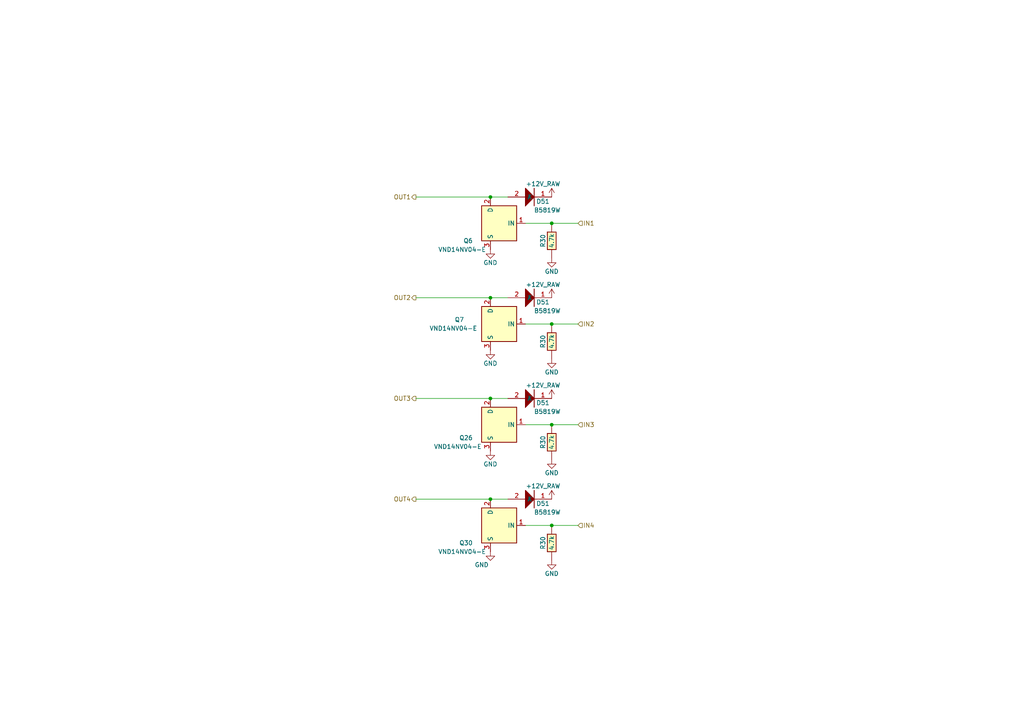
<source format=kicad_sch>
(kicad_sch (version 20230121) (generator eeschema)
  (paper "A4")
  (lib_symbols
    (symbol "Power_Management:AUIPS2041L"
      (property "Reference" "U" (at 3.81 1.27 0))
      (property "Value" "AUIPS2041L" (at 3.81 -1.27 0))
      (symbol "AUIPS2041L_0_1"
        (rectangle (start -7.62 5.08) (end 2.54 -5.08) (stroke (width 0.254)) (fill (type background)))
      )
      (symbol "AUIPS2041L_1_1"
        (pin input line (at -10.16 0 0) (length 2.54) (name "IN") (number "1"))
        (pin passive line (at 0 7.62 270) (length 2.54) (name "D") (number "2"))
        (pin power_in line (at 0 -7.62 90) (length 2.54) (name "S") (number "3"))
      )
    )
    (symbol "hellen-one-common:+12V_RAW" (power) (pin_names (offset 0))
      (property "Value" "+12V_RAW" (at 0 3.556 0))
      (symbol "+12V_RAW_0_1"
        (polyline (pts (xy -0.762 1.27) (xy 0 2.54)))
        (polyline (pts (xy 0 0) (xy 0 2.54)))
        (polyline (pts (xy 0 2.54) (xy 0.762 1.27)))
      )
      (symbol "+12V_RAW_1_1"
        (pin power_in line (at 0 0 90) (length 0) hide (name "+12V_RAW") (number "1"))
      )
    )
    (symbol "hellen-one-common:1N4148WS"
      (property "Reference" "D" (at 0 2.54 0))
      (property "Value" "1N4148WS" (at 0 -3.81 0))
      (symbol "1N4148WS_1_0"
        (polyline (pts (xy 2.54 2.54) (xy 2.54 -2.54)) (stroke (width 0.254)))
        (polyline (pts (xy 0 -2.54) (xy 2.54 0) (xy 0 2.54) (xy 0 -2.54)) (stroke (width 0.254)) (fill (type outline)))
        (pin passive line (at 7.62 0 180) (length 5.08) (name "K") (number "1"))
        (pin passive line (at -5.08 0 0) (length 5.08) (name "A") (number "2"))
      )
    )
    (symbol "hellen-one-common:Res" (pin_numbers hide)
      (property "Reference" "R" (at 3.81 2.54 0))
      (property "Value" "Res" (at 5.08 -2.54 0))
      (symbol "Res_1_0"
        (rectangle (start 2.54 -1.27) (end 7.62 1.27) (stroke (width 0.254)) (fill (type background)))
        (pin passive line (at 0 0 0) (length 2.54) (name "") (number "1"))
        (pin passive line (at 10.16 0 180) (length 2.54) (name "") (number "2"))
      )
    )
    (symbol "power:GND" (power) (pin_names (offset 0))
      (property "Value" "GND" (at 0 -3.81 0))
      (symbol "GND_0_1"
        (polyline (pts (xy 0 0) (xy 0 -1.27) (xy 1.27 -1.27) (xy 0 -2.54) (xy -1.27 -1.27) (xy 0 -1.27)))
      )
      (symbol "GND_1_1"
        (pin power_in line (at 0 0 270) (length 0) hide (name "GND") (number "1"))
      )
    )
  )
  (junction (at 160.02 123.19))
  (junction (at 142.24 86.36))
  (junction (at 142.24 115.57))
  (junction (at 160.02 152.4))
  (junction (at 160.02 64.77))
  (junction (at 160.02 93.98))
  (junction (at 142.24 57.15))
  (junction (at 142.24 144.78))
  (wire (pts (xy 142.24 57.15) (xy 147.32 57.15)))
  (wire (pts (xy 167.64 93.98) (xy 160.02 93.98)))
  (wire (pts (xy 160.02 93.98) (xy 152.4 93.98)))
  (wire (pts (xy 142.24 86.36) (xy 147.32 86.36)))
  (wire (pts (xy 167.64 123.19) (xy 160.02 123.19)))
  (wire (pts (xy 142.24 115.57) (xy 147.32 115.57)))
  (wire (pts (xy 167.64 64.77) (xy 160.02 64.77)))
  (wire (pts (xy 160.02 152.4) (xy 152.4 152.4)))
  (wire (pts (xy 160.02 123.19) (xy 152.4 123.19)))
  (wire (pts (xy 167.64 152.4) (xy 160.02 152.4)))
  (wire (pts (xy 120.65 57.15) (xy 142.24 57.15)))
  (wire (pts (xy 120.65 86.36) (xy 142.24 86.36)))
  (wire (pts (xy 160.02 64.77) (xy 152.4 64.77)))
  (wire (pts (xy 120.65 144.78) (xy 142.24 144.78)))
  (wire (pts (xy 120.65 115.57) (xy 142.24 115.57)))
  (wire (pts (xy 142.24 144.78) (xy 147.32 144.78)))
  (hierarchical_label "IN4" (shape input) (at 167.64 152.4 0))
  (hierarchical_label "IN3" (shape input) (at 167.64 123.19 0))
  (hierarchical_label "OUT1" (shape output) (at 120.65 57.15 180))
  (hierarchical_label "IN2" (shape input) (at 167.64 93.98 0))
  (hierarchical_label "IN1" (shape input) (at 167.64 64.77 0))
  (hierarchical_label "OUT4" (shape output) (at 120.65 144.78 180))
  (hierarchical_label "OUT3" (shape output) (at 120.65 115.57 180))
  (hierarchical_label "OUT2" (shape output) (at 120.65 86.36 180))
  (symbol (lib_id "power:GND") (at 142.24 130.81 0) (mirror y) (unit 1)
    (property "Reference" "#PWR0139" (effects hide))
    (property "Value" "GND" (at 142.24 134.62 0))
    (instances (project "alphax_4ch" (path "" (reference "#PWR0139") (unit 1)) (path "" (reference "#PWR035") (unit 1)) (path "" (reference "#PWR076") (unit 1)) (path "" (reference "#PWR0196") (unit 1))))
  )
  (symbol (lib_id "hellen-one-common:Res") (at 160.02 123.19 270) (unit 1)
    (property "Reference" "R30" (at 157.48 128.27 0))
    (property "Value" "4.7k" (at 160.02 128.27 0))
    (property "Footprint" "hellen-one-common:R0603" (effects hide))
    (property "LCSC" "C23162" (effects hide))
    (instances (project "alphax_4ch" (path "" (reference "R30") (unit 1)) (path "" (reference "R100") (unit 1)) (path "" (reference "R104") (unit 1)) (path "" (reference "R108") (unit 1))))
  )
  (symbol (lib_id "hellen-one-common:1N4148WS") (at 152.4 57.15 0) (unit 1)
    (property "Reference" "D51" (at 157.48 58.42 0))
    (property "Value" "B5819W" (at 158.75 60.96 0))
    (property "Footprint" "hellen-one-common:SOD-123" (effects hide))
    (property "LCSC" "C8598" (effects hide))
    (instances (project "alphax_4ch" (path "" (reference "D51") (unit 1)) (path "" (reference "D64") (unit 1)) (path "" (reference "D68") (unit 1))))
  )
  (symbol (lib_id "hellen-one-common:1N4148WS") (at 152.4 115.57 0) (unit 1)
    (property "Reference" "D51" (at 157.48 116.84 0))
    (property "Value" "B5819W" (at 158.75 119.38 0))
    (property "Footprint" "hellen-one-common:SOD-123" (effects hide))
    (property "LCSC" "C8598" (effects hide))
    (instances (project "alphax_4ch" (path "" (reference "D51") (unit 1)) (path "" (reference "D66") (unit 1)) (path "" (reference "D70") (unit 1))))
  )
  (symbol (lib_id "hellen-one-common:+12V_RAW") (at 160.02 115.57 0) (mirror y) (unit 1)
    (property "Reference" "#PWR0144" (effects hide))
    (property "Value" "+12V_RAW" (at 162.56 111.76 0) (effects (justify left)))
    (instances (project "alphax_4ch" (path "" (reference "#PWR0144") (unit 1)) (path "" (reference "#PWR0194") (unit 1)) (path "" (reference "#PWR0202") (unit 1))))
  )
  (symbol (lib_id "hellen-one-common:Res") (at 160.02 93.98 270) (unit 1)
    (property "Reference" "R30" (at 157.48 99.06 0))
    (property "Value" "4.7k" (at 160.02 99.06 0))
    (property "Footprint" "hellen-one-common:R0603" (effects hide))
    (property "LCSC" "C23162" (effects hide))
    (instances (project "alphax_4ch" (path "" (reference "R30") (unit 1)) (path "" (reference "R99") (unit 1)) (path "" (reference "R103") (unit 1)) (path "" (reference "R107") (unit 1))))
  )
  (symbol (lib_id "hellen-one-common:+12V_RAW") (at 160.02 86.36 0) (mirror y) (unit 1)
    (property "Reference" "#PWR0144" (effects hide))
    (property "Value" "+12V_RAW" (at 162.56 82.55 0) (effects (justify left)))
    (instances (project "alphax_4ch" (path "" (reference "#PWR0144") (unit 1)) (path "" (reference "#PWR0193") (unit 1)) (path "" (reference "#PWR0200") (unit 1))))
  )
  (symbol (lib_id "Power_Management:AUIPS2041L") (at 142.24 93.98 0) (mirror y) (unit 1)
    (property "Reference" "Q7" (at 134.62 92.71 0) (effects (justify left)))
    (property "Value" "VND14NV04-E" (at 138.43 95.25 0) (effects (justify left)))
    (property "Footprint" "hellen-one-common:DPAK" (effects hide))
    (property "Datasheet" "https://www.infineon.com/dgdl/Infineon-AUIPS2041-DS-v01_00-EN.pdf?fileId=5546d4625a888733015aae147a9d4c57" (effects hide))
    (property "LCSC" " C155647" (effects hide))
    (instances (project "alphax_4ch" (path "" (reference "Q7") (unit 1)) (path "" (reference "Q7") (unit 1)) (path "" (reference "Q42") (unit 1)) (path "" (reference "Q46") (unit 1))))
  )
  (symbol (lib_id "power:GND") (at 142.24 160.02 0) (mirror y) (unit 1)
    (property "Reference" "#PWR0143" (effects hide))
    (property "Value" "GND" (at 139.7 163.83 0))
    (instances (project "alphax_4ch" (path "" (reference "#PWR0143") (unit 1)) (path "" (reference "#PWR036") (unit 1)) (path "" (reference "#PWR079") (unit 1)) (path "" (reference "#PWR0197") (unit 1))))
  )
  (symbol (lib_id "power:GND") (at 142.24 101.6 0) (mirror y) (unit 1)
    (property "Reference" "#PWR036" (effects hide))
    (property "Value" "GND" (at 142.24 105.41 0))
    (instances (project "alphax_4ch" (path "" (reference "#PWR036") (unit 1)) (path "" (reference "#PWR030") (unit 1)) (path "" (reference "#PWR075") (unit 1)) (path "" (reference "#PWR0167") (unit 1))))
  )
  (symbol (lib_id "power:GND") (at 142.24 72.39 0) (mirror y) (unit 1)
    (property "Reference" "#PWR035" (effects hide))
    (property "Value" "GND" (at 142.24 76.2 0))
    (instances (project "alphax_4ch" (path "" (reference "#PWR035") (unit 1)) (path "" (reference "#PWR022") (unit 1)) (path "" (reference "#PWR072") (unit 1)) (path "" (reference "#PWR0157") (unit 1))))
  )
  (symbol (lib_id "power:GND") (at 160.02 104.14 0) (mirror y) (unit 1)
    (property "Reference" "#PWR035" (effects hide))
    (property "Value" "GND" (at 160.02 107.95 0))
    (instances (project "alphax_4ch" (path "" (reference "#PWR035") (unit 1)) (path "" (reference "#PWR067") (unit 1)) (path "" (reference "#PWR081") (unit 1)) (path "" (reference "#PWR0201") (unit 1))))
  )
  (symbol (lib_id "Power_Management:AUIPS2041L") (at 142.24 152.4 0) (mirror y) (unit 1)
    (property "Reference" "Q30" (at 137.16 157.48 0) (effects (justify left)))
    (property "Value" "VND14NV04-E" (at 140.97 160.02 0) (effects (justify left)))
    (property "Footprint" "hellen-one-common:DPAK" (effects hide))
    (property "Datasheet" "https://www.infineon.com/dgdl/Infineon-AUIPS2041-DS-v01_00-EN.pdf?fileId=5546d4625a888733015aae147a9d4c57" (effects hide))
    (property "LCSC" "C155647" (effects hide))
    (instances (project "alphax_4ch" (path "" (reference "Q30") (unit 1)) (path "" (reference "Q30") (unit 1)) (path "" (reference "Q44") (unit 1)) (path "" (reference "Q48") (unit 1))))
  )
  (symbol (lib_id "hellen-one-common:+12V_RAW") (at 160.02 144.78 0) (mirror y) (unit 1)
    (property "Reference" "#PWR0144" (effects hide))
    (property "Value" "+12V_RAW" (at 162.56 140.97 0) (effects (justify left)))
    (instances (project "alphax_4ch" (path "" (reference "#PWR0144") (unit 1)) (path "" (reference "#PWR0195") (unit 1)) (path "" (reference "#PWR0204") (unit 1))))
  )
  (symbol (lib_id "hellen-one-common:+12V_RAW") (at 160.02 57.15 0) (mirror y) (unit 1)
    (property "Reference" "#PWR0144" (effects hide))
    (property "Value" "+12V_RAW" (at 162.56 53.34 0) (effects (justify left)))
    (instances (project "alphax_4ch" (path "" (reference "#PWR0144") (unit 1)) (path "" (reference "#PWR0192") (unit 1)) (path "" (reference "#PWR0198") (unit 1))))
  )
  (symbol (lib_id "power:GND") (at 160.02 162.56 0) (mirror y) (unit 1)
    (property "Reference" "#PWR035" (effects hide))
    (property "Value" "GND" (at 160.02 166.37 0))
    (instances (project "alphax_4ch" (path "" (reference "#PWR035") (unit 1)) (path "" (reference "#PWR071") (unit 1)) (path "" (reference "#PWR0143") (unit 1)) (path "" (reference "#PWR0205") (unit 1))))
  )
  (symbol (lib_id "hellen-one-common:Res") (at 160.02 152.4 270) (unit 1)
    (property "Reference" "R30" (at 157.48 157.48 0))
    (property "Value" "4.7k" (at 160.02 157.48 0))
    (property "Footprint" "hellen-one-common:R0603" (effects hide))
    (property "LCSC" "C23162" (effects hide))
    (instances (project "alphax_4ch" (path "" (reference "R30") (unit 1)) (path "" (reference "R101") (unit 1)) (path "" (reference "R105") (unit 1)) (path "" (reference "R109") (unit 1))))
  )
  (symbol (lib_id "hellen-one-common:1N4148WS") (at 152.4 86.36 0) (unit 1)
    (property "Reference" "D51" (at 157.48 87.63 0))
    (property "Value" "B5819W" (at 158.75 90.17 0))
    (property "Footprint" "hellen-one-common:SOD-123" (effects hide))
    (property "LCSC" "C8598" (effects hide))
    (instances (project "alphax_4ch" (path "" (reference "D51") (unit 1)) (path "" (reference "D65") (unit 1)) (path "" (reference "D69") (unit 1))))
  )
  (symbol (lib_id "hellen-one-common:1N4148WS") (at 152.4 144.78 0) (unit 1)
    (property "Reference" "D51" (at 157.48 146.05 0))
    (property "Value" "B5819W" (at 158.75 148.59 0))
    (property "Footprint" "hellen-one-common:SOD-123" (effects hide))
    (property "LCSC" "C8598" (effects hide))
    (instances (project "alphax_4ch" (path "" (reference "D51") (unit 1)) (path "" (reference "D67") (unit 1)) (path "" (reference "D71") (unit 1))))
  )
  (symbol (lib_id "power:GND") (at 160.02 74.93 0) (mirror y) (unit 1)
    (property "Reference" "#PWR035" (effects hide))
    (property "Value" "GND" (at 160.02 78.74 0))
    (instances (project "alphax_4ch" (path "" (reference "#PWR035") (unit 1)) (path "" (reference "#PWR052") (unit 1)) (path "" (reference "#PWR080") (unit 1)) (path "" (reference "#PWR0199") (unit 1))))
  )
  (symbol (lib_id "Power_Management:AUIPS2041L") (at 142.24 123.19 0) (mirror y) (unit 1)
    (property "Reference" "Q26" (at 137.16 127 0) (effects (justify left)))
    (property "Value" "VND14NV04-E" (at 139.7 129.54 0) (effects (justify left)))
    (property "Footprint" "hellen-one-common:DPAK" (effects hide))
    (property "Datasheet" "https://www.infineon.com/dgdl/Infineon-AUIPS2041-DS-v01_00-EN.pdf?fileId=5546d4625a888733015aae147a9d4c57" (effects hide))
    (property "LCSC" "C155647" (effects hide))
    (instances (project "alphax_4ch" (path "" (reference "Q26") (unit 1)) (path "" (reference "Q26") (unit 1)) (path "" (reference "Q43") (unit 1)) (path "" (reference "Q47") (unit 1))))
  )
  (symbol (lib_id "power:GND") (at 160.02 133.35 0) (mirror y) (unit 1)
    (property "Reference" "#PWR035" (effects hide))
    (property "Value" "GND" (at 160.02 137.16 0))
    (instances (project "alphax_4ch" (path "" (reference "#PWR035") (unit 1)) (path "" (reference "#PWR068") (unit 1)) (path "" (reference "#PWR0139") (unit 1)) (path "" (reference "#PWR0203") (unit 1))))
  )
  (symbol (lib_id "hellen-one-common:Res") (at 160.02 64.77 270) (unit 1)
    (property "Reference" "R30" (at 157.48 69.85 0))
    (property "Value" "4.7k" (at 160.02 69.85 0))
    (property "Footprint" "hellen-one-common:R0603" (effects hide))
    (property "LCSC" "C23162" (effects hide))
    (instances (project "alphax_4ch" (path "" (reference "R30") (unit 1)) (path "" (reference "R98") (unit 1)) (path "" (reference "R102") (unit 1)) (path "" (reference "R106") (unit 1))))
  )
  (symbol (lib_id "Power_Management:AUIPS2041L") (at 142.24 64.77 0) (mirror y) (unit 1)
    (property "Reference" "Q6" (at 137.16 69.85 0) (effects (justify left)))
    (property "Value" "VND14NV04-E" (at 140.97 72.39 0) (effects (justify left)))
    (property "Footprint" "hellen-one-common:DPAK" (effects hide))
    (property "Datasheet" "https://www.infineon.com/dgdl/Infineon-AUIPS2041-DS-v01_00-EN.pdf?fileId=5546d4625a888733015aae147a9d4c57" (effects hide))
    (property "LCSC" "C155647" (effects hide))
    (instances (project "alphax_4ch" (path "" (reference "Q6") (unit 1)) (path "" (reference "Q6") (unit 1)) (path "" (reference "Q41") (unit 1)) (path "" (reference "Q45") (unit 1))))
  )
)
</source>
